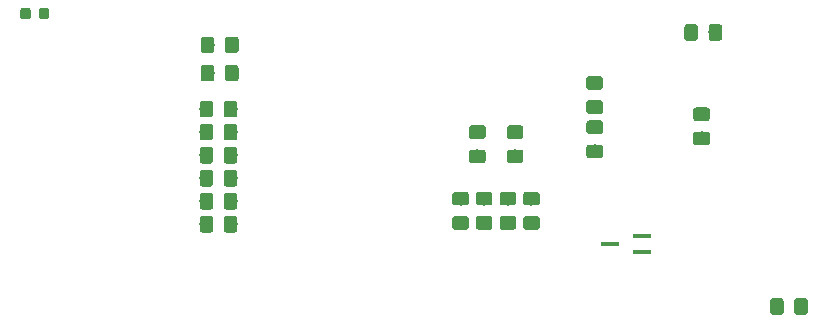
<source format=gbr>
G04 #@! TF.GenerationSoftware,KiCad,Pcbnew,(5.1.4)-1*
G04 #@! TF.CreationDate,2019-10-11T16:00:27-04:00*
G04 #@! TF.ProjectId,CellMan,43656c6c-4d61-46e2-9e6b-696361645f70,0.1*
G04 #@! TF.SameCoordinates,Original*
G04 #@! TF.FileFunction,Paste,Bot*
G04 #@! TF.FilePolarity,Positive*
%FSLAX46Y46*%
G04 Gerber Fmt 4.6, Leading zero omitted, Abs format (unit mm)*
G04 Created by KiCad (PCBNEW (5.1.4)-1) date 2019-10-11 16:00:27*
%MOMM*%
%LPD*%
G04 APERTURE LIST*
%ADD10C,0.100000*%
%ADD11C,0.875000*%
%ADD12R,1.500000X0.450000*%
%ADD13C,1.150000*%
G04 APERTURE END LIST*
D10*
G36*
X106602691Y-94626053D02*
G01*
X106623926Y-94629203D01*
X106644750Y-94634419D01*
X106664962Y-94641651D01*
X106684368Y-94650830D01*
X106702781Y-94661866D01*
X106720024Y-94674654D01*
X106735930Y-94689070D01*
X106750346Y-94704976D01*
X106763134Y-94722219D01*
X106774170Y-94740632D01*
X106783349Y-94760038D01*
X106790581Y-94780250D01*
X106795797Y-94801074D01*
X106798947Y-94822309D01*
X106800000Y-94843750D01*
X106800000Y-95356250D01*
X106798947Y-95377691D01*
X106795797Y-95398926D01*
X106790581Y-95419750D01*
X106783349Y-95439962D01*
X106774170Y-95459368D01*
X106763134Y-95477781D01*
X106750346Y-95495024D01*
X106735930Y-95510930D01*
X106720024Y-95525346D01*
X106702781Y-95538134D01*
X106684368Y-95549170D01*
X106664962Y-95558349D01*
X106644750Y-95565581D01*
X106623926Y-95570797D01*
X106602691Y-95573947D01*
X106581250Y-95575000D01*
X106143750Y-95575000D01*
X106122309Y-95573947D01*
X106101074Y-95570797D01*
X106080250Y-95565581D01*
X106060038Y-95558349D01*
X106040632Y-95549170D01*
X106022219Y-95538134D01*
X106004976Y-95525346D01*
X105989070Y-95510930D01*
X105974654Y-95495024D01*
X105961866Y-95477781D01*
X105950830Y-95459368D01*
X105941651Y-95439962D01*
X105934419Y-95419750D01*
X105929203Y-95398926D01*
X105926053Y-95377691D01*
X105925000Y-95356250D01*
X105925000Y-94843750D01*
X105926053Y-94822309D01*
X105929203Y-94801074D01*
X105934419Y-94780250D01*
X105941651Y-94760038D01*
X105950830Y-94740632D01*
X105961866Y-94722219D01*
X105974654Y-94704976D01*
X105989070Y-94689070D01*
X106004976Y-94674654D01*
X106022219Y-94661866D01*
X106040632Y-94650830D01*
X106060038Y-94641651D01*
X106080250Y-94634419D01*
X106101074Y-94629203D01*
X106122309Y-94626053D01*
X106143750Y-94625000D01*
X106581250Y-94625000D01*
X106602691Y-94626053D01*
X106602691Y-94626053D01*
G37*
D11*
X106362500Y-95100000D03*
D10*
G36*
X108177691Y-94626053D02*
G01*
X108198926Y-94629203D01*
X108219750Y-94634419D01*
X108239962Y-94641651D01*
X108259368Y-94650830D01*
X108277781Y-94661866D01*
X108295024Y-94674654D01*
X108310930Y-94689070D01*
X108325346Y-94704976D01*
X108338134Y-94722219D01*
X108349170Y-94740632D01*
X108358349Y-94760038D01*
X108365581Y-94780250D01*
X108370797Y-94801074D01*
X108373947Y-94822309D01*
X108375000Y-94843750D01*
X108375000Y-95356250D01*
X108373947Y-95377691D01*
X108370797Y-95398926D01*
X108365581Y-95419750D01*
X108358349Y-95439962D01*
X108349170Y-95459368D01*
X108338134Y-95477781D01*
X108325346Y-95495024D01*
X108310930Y-95510930D01*
X108295024Y-95525346D01*
X108277781Y-95538134D01*
X108259368Y-95549170D01*
X108239962Y-95558349D01*
X108219750Y-95565581D01*
X108198926Y-95570797D01*
X108177691Y-95573947D01*
X108156250Y-95575000D01*
X107718750Y-95575000D01*
X107697309Y-95573947D01*
X107676074Y-95570797D01*
X107655250Y-95565581D01*
X107635038Y-95558349D01*
X107615632Y-95549170D01*
X107597219Y-95538134D01*
X107579976Y-95525346D01*
X107564070Y-95510930D01*
X107549654Y-95495024D01*
X107536866Y-95477781D01*
X107525830Y-95459368D01*
X107516651Y-95439962D01*
X107509419Y-95419750D01*
X107504203Y-95398926D01*
X107501053Y-95377691D01*
X107500000Y-95356250D01*
X107500000Y-94843750D01*
X107501053Y-94822309D01*
X107504203Y-94801074D01*
X107509419Y-94780250D01*
X107516651Y-94760038D01*
X107525830Y-94740632D01*
X107536866Y-94722219D01*
X107549654Y-94704976D01*
X107564070Y-94689070D01*
X107579976Y-94674654D01*
X107597219Y-94661866D01*
X107615632Y-94650830D01*
X107635038Y-94641651D01*
X107655250Y-94634419D01*
X107676074Y-94629203D01*
X107697309Y-94626053D01*
X107718750Y-94625000D01*
X108156250Y-94625000D01*
X108177691Y-94626053D01*
X108177691Y-94626053D01*
G37*
D11*
X107937500Y-95100000D03*
D12*
X155870000Y-114600000D03*
X158530000Y-115250000D03*
X158530000Y-113950000D03*
D10*
G36*
X163074505Y-96001204D02*
G01*
X163098773Y-96004804D01*
X163122572Y-96010765D01*
X163145671Y-96019030D01*
X163167850Y-96029520D01*
X163188893Y-96042132D01*
X163208599Y-96056747D01*
X163226777Y-96073223D01*
X163243253Y-96091401D01*
X163257868Y-96111107D01*
X163270480Y-96132150D01*
X163280970Y-96154329D01*
X163289235Y-96177428D01*
X163295196Y-96201227D01*
X163298796Y-96225495D01*
X163300000Y-96249999D01*
X163300000Y-97150001D01*
X163298796Y-97174505D01*
X163295196Y-97198773D01*
X163289235Y-97222572D01*
X163280970Y-97245671D01*
X163270480Y-97267850D01*
X163257868Y-97288893D01*
X163243253Y-97308599D01*
X163226777Y-97326777D01*
X163208599Y-97343253D01*
X163188893Y-97357868D01*
X163167850Y-97370480D01*
X163145671Y-97380970D01*
X163122572Y-97389235D01*
X163098773Y-97395196D01*
X163074505Y-97398796D01*
X163050001Y-97400000D01*
X162399999Y-97400000D01*
X162375495Y-97398796D01*
X162351227Y-97395196D01*
X162327428Y-97389235D01*
X162304329Y-97380970D01*
X162282150Y-97370480D01*
X162261107Y-97357868D01*
X162241401Y-97343253D01*
X162223223Y-97326777D01*
X162206747Y-97308599D01*
X162192132Y-97288893D01*
X162179520Y-97267850D01*
X162169030Y-97245671D01*
X162160765Y-97222572D01*
X162154804Y-97198773D01*
X162151204Y-97174505D01*
X162150000Y-97150001D01*
X162150000Y-96249999D01*
X162151204Y-96225495D01*
X162154804Y-96201227D01*
X162160765Y-96177428D01*
X162169030Y-96154329D01*
X162179520Y-96132150D01*
X162192132Y-96111107D01*
X162206747Y-96091401D01*
X162223223Y-96073223D01*
X162241401Y-96056747D01*
X162261107Y-96042132D01*
X162282150Y-96029520D01*
X162304329Y-96019030D01*
X162327428Y-96010765D01*
X162351227Y-96004804D01*
X162375495Y-96001204D01*
X162399999Y-96000000D01*
X163050001Y-96000000D01*
X163074505Y-96001204D01*
X163074505Y-96001204D01*
G37*
D13*
X162725000Y-96700000D03*
D10*
G36*
X165124505Y-96001204D02*
G01*
X165148773Y-96004804D01*
X165172572Y-96010765D01*
X165195671Y-96019030D01*
X165217850Y-96029520D01*
X165238893Y-96042132D01*
X165258599Y-96056747D01*
X165276777Y-96073223D01*
X165293253Y-96091401D01*
X165307868Y-96111107D01*
X165320480Y-96132150D01*
X165330970Y-96154329D01*
X165339235Y-96177428D01*
X165345196Y-96201227D01*
X165348796Y-96225495D01*
X165350000Y-96249999D01*
X165350000Y-97150001D01*
X165348796Y-97174505D01*
X165345196Y-97198773D01*
X165339235Y-97222572D01*
X165330970Y-97245671D01*
X165320480Y-97267850D01*
X165307868Y-97288893D01*
X165293253Y-97308599D01*
X165276777Y-97326777D01*
X165258599Y-97343253D01*
X165238893Y-97357868D01*
X165217850Y-97370480D01*
X165195671Y-97380970D01*
X165172572Y-97389235D01*
X165148773Y-97395196D01*
X165124505Y-97398796D01*
X165100001Y-97400000D01*
X164449999Y-97400000D01*
X164425495Y-97398796D01*
X164401227Y-97395196D01*
X164377428Y-97389235D01*
X164354329Y-97380970D01*
X164332150Y-97370480D01*
X164311107Y-97357868D01*
X164291401Y-97343253D01*
X164273223Y-97326777D01*
X164256747Y-97308599D01*
X164242132Y-97288893D01*
X164229520Y-97267850D01*
X164219030Y-97245671D01*
X164210765Y-97222572D01*
X164204804Y-97198773D01*
X164201204Y-97174505D01*
X164200000Y-97150001D01*
X164200000Y-96249999D01*
X164201204Y-96225495D01*
X164204804Y-96201227D01*
X164210765Y-96177428D01*
X164219030Y-96154329D01*
X164229520Y-96132150D01*
X164242132Y-96111107D01*
X164256747Y-96091401D01*
X164273223Y-96073223D01*
X164291401Y-96056747D01*
X164311107Y-96042132D01*
X164332150Y-96029520D01*
X164354329Y-96019030D01*
X164377428Y-96010765D01*
X164401227Y-96004804D01*
X164425495Y-96001204D01*
X164449999Y-96000000D01*
X165100001Y-96000000D01*
X165124505Y-96001204D01*
X165124505Y-96001204D01*
G37*
D13*
X164775000Y-96700000D03*
D10*
G36*
X149674505Y-110201204D02*
G01*
X149698773Y-110204804D01*
X149722572Y-110210765D01*
X149745671Y-110219030D01*
X149767850Y-110229520D01*
X149788893Y-110242132D01*
X149808599Y-110256747D01*
X149826777Y-110273223D01*
X149843253Y-110291401D01*
X149857868Y-110311107D01*
X149870480Y-110332150D01*
X149880970Y-110354329D01*
X149889235Y-110377428D01*
X149895196Y-110401227D01*
X149898796Y-110425495D01*
X149900000Y-110449999D01*
X149900000Y-111100001D01*
X149898796Y-111124505D01*
X149895196Y-111148773D01*
X149889235Y-111172572D01*
X149880970Y-111195671D01*
X149870480Y-111217850D01*
X149857868Y-111238893D01*
X149843253Y-111258599D01*
X149826777Y-111276777D01*
X149808599Y-111293253D01*
X149788893Y-111307868D01*
X149767850Y-111320480D01*
X149745671Y-111330970D01*
X149722572Y-111339235D01*
X149698773Y-111345196D01*
X149674505Y-111348796D01*
X149650001Y-111350000D01*
X148749999Y-111350000D01*
X148725495Y-111348796D01*
X148701227Y-111345196D01*
X148677428Y-111339235D01*
X148654329Y-111330970D01*
X148632150Y-111320480D01*
X148611107Y-111307868D01*
X148591401Y-111293253D01*
X148573223Y-111276777D01*
X148556747Y-111258599D01*
X148542132Y-111238893D01*
X148529520Y-111217850D01*
X148519030Y-111195671D01*
X148510765Y-111172572D01*
X148504804Y-111148773D01*
X148501204Y-111124505D01*
X148500000Y-111100001D01*
X148500000Y-110449999D01*
X148501204Y-110425495D01*
X148504804Y-110401227D01*
X148510765Y-110377428D01*
X148519030Y-110354329D01*
X148529520Y-110332150D01*
X148542132Y-110311107D01*
X148556747Y-110291401D01*
X148573223Y-110273223D01*
X148591401Y-110256747D01*
X148611107Y-110242132D01*
X148632150Y-110229520D01*
X148654329Y-110219030D01*
X148677428Y-110210765D01*
X148701227Y-110204804D01*
X148725495Y-110201204D01*
X148749999Y-110200000D01*
X149650001Y-110200000D01*
X149674505Y-110201204D01*
X149674505Y-110201204D01*
G37*
D13*
X149200000Y-110775000D03*
D10*
G36*
X149674505Y-112251204D02*
G01*
X149698773Y-112254804D01*
X149722572Y-112260765D01*
X149745671Y-112269030D01*
X149767850Y-112279520D01*
X149788893Y-112292132D01*
X149808599Y-112306747D01*
X149826777Y-112323223D01*
X149843253Y-112341401D01*
X149857868Y-112361107D01*
X149870480Y-112382150D01*
X149880970Y-112404329D01*
X149889235Y-112427428D01*
X149895196Y-112451227D01*
X149898796Y-112475495D01*
X149900000Y-112499999D01*
X149900000Y-113150001D01*
X149898796Y-113174505D01*
X149895196Y-113198773D01*
X149889235Y-113222572D01*
X149880970Y-113245671D01*
X149870480Y-113267850D01*
X149857868Y-113288893D01*
X149843253Y-113308599D01*
X149826777Y-113326777D01*
X149808599Y-113343253D01*
X149788893Y-113357868D01*
X149767850Y-113370480D01*
X149745671Y-113380970D01*
X149722572Y-113389235D01*
X149698773Y-113395196D01*
X149674505Y-113398796D01*
X149650001Y-113400000D01*
X148749999Y-113400000D01*
X148725495Y-113398796D01*
X148701227Y-113395196D01*
X148677428Y-113389235D01*
X148654329Y-113380970D01*
X148632150Y-113370480D01*
X148611107Y-113357868D01*
X148591401Y-113343253D01*
X148573223Y-113326777D01*
X148556747Y-113308599D01*
X148542132Y-113288893D01*
X148529520Y-113267850D01*
X148519030Y-113245671D01*
X148510765Y-113222572D01*
X148504804Y-113198773D01*
X148501204Y-113174505D01*
X148500000Y-113150001D01*
X148500000Y-112499999D01*
X148501204Y-112475495D01*
X148504804Y-112451227D01*
X148510765Y-112427428D01*
X148519030Y-112404329D01*
X148529520Y-112382150D01*
X148542132Y-112361107D01*
X148556747Y-112341401D01*
X148573223Y-112323223D01*
X148591401Y-112306747D01*
X148611107Y-112292132D01*
X148632150Y-112279520D01*
X148654329Y-112269030D01*
X148677428Y-112260765D01*
X148701227Y-112254804D01*
X148725495Y-112251204D01*
X148749999Y-112250000D01*
X149650001Y-112250000D01*
X149674505Y-112251204D01*
X149674505Y-112251204D01*
G37*
D13*
X149200000Y-112825000D03*
D10*
G36*
X143674505Y-110201204D02*
G01*
X143698773Y-110204804D01*
X143722572Y-110210765D01*
X143745671Y-110219030D01*
X143767850Y-110229520D01*
X143788893Y-110242132D01*
X143808599Y-110256747D01*
X143826777Y-110273223D01*
X143843253Y-110291401D01*
X143857868Y-110311107D01*
X143870480Y-110332150D01*
X143880970Y-110354329D01*
X143889235Y-110377428D01*
X143895196Y-110401227D01*
X143898796Y-110425495D01*
X143900000Y-110449999D01*
X143900000Y-111100001D01*
X143898796Y-111124505D01*
X143895196Y-111148773D01*
X143889235Y-111172572D01*
X143880970Y-111195671D01*
X143870480Y-111217850D01*
X143857868Y-111238893D01*
X143843253Y-111258599D01*
X143826777Y-111276777D01*
X143808599Y-111293253D01*
X143788893Y-111307868D01*
X143767850Y-111320480D01*
X143745671Y-111330970D01*
X143722572Y-111339235D01*
X143698773Y-111345196D01*
X143674505Y-111348796D01*
X143650001Y-111350000D01*
X142749999Y-111350000D01*
X142725495Y-111348796D01*
X142701227Y-111345196D01*
X142677428Y-111339235D01*
X142654329Y-111330970D01*
X142632150Y-111320480D01*
X142611107Y-111307868D01*
X142591401Y-111293253D01*
X142573223Y-111276777D01*
X142556747Y-111258599D01*
X142542132Y-111238893D01*
X142529520Y-111217850D01*
X142519030Y-111195671D01*
X142510765Y-111172572D01*
X142504804Y-111148773D01*
X142501204Y-111124505D01*
X142500000Y-111100001D01*
X142500000Y-110449999D01*
X142501204Y-110425495D01*
X142504804Y-110401227D01*
X142510765Y-110377428D01*
X142519030Y-110354329D01*
X142529520Y-110332150D01*
X142542132Y-110311107D01*
X142556747Y-110291401D01*
X142573223Y-110273223D01*
X142591401Y-110256747D01*
X142611107Y-110242132D01*
X142632150Y-110229520D01*
X142654329Y-110219030D01*
X142677428Y-110210765D01*
X142701227Y-110204804D01*
X142725495Y-110201204D01*
X142749999Y-110200000D01*
X143650001Y-110200000D01*
X143674505Y-110201204D01*
X143674505Y-110201204D01*
G37*
D13*
X143200000Y-110775000D03*
D10*
G36*
X143674505Y-112251204D02*
G01*
X143698773Y-112254804D01*
X143722572Y-112260765D01*
X143745671Y-112269030D01*
X143767850Y-112279520D01*
X143788893Y-112292132D01*
X143808599Y-112306747D01*
X143826777Y-112323223D01*
X143843253Y-112341401D01*
X143857868Y-112361107D01*
X143870480Y-112382150D01*
X143880970Y-112404329D01*
X143889235Y-112427428D01*
X143895196Y-112451227D01*
X143898796Y-112475495D01*
X143900000Y-112499999D01*
X143900000Y-113150001D01*
X143898796Y-113174505D01*
X143895196Y-113198773D01*
X143889235Y-113222572D01*
X143880970Y-113245671D01*
X143870480Y-113267850D01*
X143857868Y-113288893D01*
X143843253Y-113308599D01*
X143826777Y-113326777D01*
X143808599Y-113343253D01*
X143788893Y-113357868D01*
X143767850Y-113370480D01*
X143745671Y-113380970D01*
X143722572Y-113389235D01*
X143698773Y-113395196D01*
X143674505Y-113398796D01*
X143650001Y-113400000D01*
X142749999Y-113400000D01*
X142725495Y-113398796D01*
X142701227Y-113395196D01*
X142677428Y-113389235D01*
X142654329Y-113380970D01*
X142632150Y-113370480D01*
X142611107Y-113357868D01*
X142591401Y-113343253D01*
X142573223Y-113326777D01*
X142556747Y-113308599D01*
X142542132Y-113288893D01*
X142529520Y-113267850D01*
X142519030Y-113245671D01*
X142510765Y-113222572D01*
X142504804Y-113198773D01*
X142501204Y-113174505D01*
X142500000Y-113150001D01*
X142500000Y-112499999D01*
X142501204Y-112475495D01*
X142504804Y-112451227D01*
X142510765Y-112427428D01*
X142519030Y-112404329D01*
X142529520Y-112382150D01*
X142542132Y-112361107D01*
X142556747Y-112341401D01*
X142573223Y-112323223D01*
X142591401Y-112306747D01*
X142611107Y-112292132D01*
X142632150Y-112279520D01*
X142654329Y-112269030D01*
X142677428Y-112260765D01*
X142701227Y-112254804D01*
X142725495Y-112251204D01*
X142749999Y-112250000D01*
X143650001Y-112250000D01*
X143674505Y-112251204D01*
X143674505Y-112251204D01*
G37*
D13*
X143200000Y-112825000D03*
D10*
G36*
X122024505Y-112251204D02*
G01*
X122048773Y-112254804D01*
X122072572Y-112260765D01*
X122095671Y-112269030D01*
X122117850Y-112279520D01*
X122138893Y-112292132D01*
X122158599Y-112306747D01*
X122176777Y-112323223D01*
X122193253Y-112341401D01*
X122207868Y-112361107D01*
X122220480Y-112382150D01*
X122230970Y-112404329D01*
X122239235Y-112427428D01*
X122245196Y-112451227D01*
X122248796Y-112475495D01*
X122250000Y-112499999D01*
X122250000Y-113400001D01*
X122248796Y-113424505D01*
X122245196Y-113448773D01*
X122239235Y-113472572D01*
X122230970Y-113495671D01*
X122220480Y-113517850D01*
X122207868Y-113538893D01*
X122193253Y-113558599D01*
X122176777Y-113576777D01*
X122158599Y-113593253D01*
X122138893Y-113607868D01*
X122117850Y-113620480D01*
X122095671Y-113630970D01*
X122072572Y-113639235D01*
X122048773Y-113645196D01*
X122024505Y-113648796D01*
X122000001Y-113650000D01*
X121349999Y-113650000D01*
X121325495Y-113648796D01*
X121301227Y-113645196D01*
X121277428Y-113639235D01*
X121254329Y-113630970D01*
X121232150Y-113620480D01*
X121211107Y-113607868D01*
X121191401Y-113593253D01*
X121173223Y-113576777D01*
X121156747Y-113558599D01*
X121142132Y-113538893D01*
X121129520Y-113517850D01*
X121119030Y-113495671D01*
X121110765Y-113472572D01*
X121104804Y-113448773D01*
X121101204Y-113424505D01*
X121100000Y-113400001D01*
X121100000Y-112499999D01*
X121101204Y-112475495D01*
X121104804Y-112451227D01*
X121110765Y-112427428D01*
X121119030Y-112404329D01*
X121129520Y-112382150D01*
X121142132Y-112361107D01*
X121156747Y-112341401D01*
X121173223Y-112323223D01*
X121191401Y-112306747D01*
X121211107Y-112292132D01*
X121232150Y-112279520D01*
X121254329Y-112269030D01*
X121277428Y-112260765D01*
X121301227Y-112254804D01*
X121325495Y-112251204D01*
X121349999Y-112250000D01*
X122000001Y-112250000D01*
X122024505Y-112251204D01*
X122024505Y-112251204D01*
G37*
D13*
X121675000Y-112950000D03*
D10*
G36*
X124074505Y-112251204D02*
G01*
X124098773Y-112254804D01*
X124122572Y-112260765D01*
X124145671Y-112269030D01*
X124167850Y-112279520D01*
X124188893Y-112292132D01*
X124208599Y-112306747D01*
X124226777Y-112323223D01*
X124243253Y-112341401D01*
X124257868Y-112361107D01*
X124270480Y-112382150D01*
X124280970Y-112404329D01*
X124289235Y-112427428D01*
X124295196Y-112451227D01*
X124298796Y-112475495D01*
X124300000Y-112499999D01*
X124300000Y-113400001D01*
X124298796Y-113424505D01*
X124295196Y-113448773D01*
X124289235Y-113472572D01*
X124280970Y-113495671D01*
X124270480Y-113517850D01*
X124257868Y-113538893D01*
X124243253Y-113558599D01*
X124226777Y-113576777D01*
X124208599Y-113593253D01*
X124188893Y-113607868D01*
X124167850Y-113620480D01*
X124145671Y-113630970D01*
X124122572Y-113639235D01*
X124098773Y-113645196D01*
X124074505Y-113648796D01*
X124050001Y-113650000D01*
X123399999Y-113650000D01*
X123375495Y-113648796D01*
X123351227Y-113645196D01*
X123327428Y-113639235D01*
X123304329Y-113630970D01*
X123282150Y-113620480D01*
X123261107Y-113607868D01*
X123241401Y-113593253D01*
X123223223Y-113576777D01*
X123206747Y-113558599D01*
X123192132Y-113538893D01*
X123179520Y-113517850D01*
X123169030Y-113495671D01*
X123160765Y-113472572D01*
X123154804Y-113448773D01*
X123151204Y-113424505D01*
X123150000Y-113400001D01*
X123150000Y-112499999D01*
X123151204Y-112475495D01*
X123154804Y-112451227D01*
X123160765Y-112427428D01*
X123169030Y-112404329D01*
X123179520Y-112382150D01*
X123192132Y-112361107D01*
X123206747Y-112341401D01*
X123223223Y-112323223D01*
X123241401Y-112306747D01*
X123261107Y-112292132D01*
X123282150Y-112279520D01*
X123304329Y-112269030D01*
X123327428Y-112260765D01*
X123351227Y-112254804D01*
X123375495Y-112251204D01*
X123399999Y-112250000D01*
X124050001Y-112250000D01*
X124074505Y-112251204D01*
X124074505Y-112251204D01*
G37*
D13*
X123725000Y-112950000D03*
D10*
G36*
X124074505Y-110301204D02*
G01*
X124098773Y-110304804D01*
X124122572Y-110310765D01*
X124145671Y-110319030D01*
X124167850Y-110329520D01*
X124188893Y-110342132D01*
X124208599Y-110356747D01*
X124226777Y-110373223D01*
X124243253Y-110391401D01*
X124257868Y-110411107D01*
X124270480Y-110432150D01*
X124280970Y-110454329D01*
X124289235Y-110477428D01*
X124295196Y-110501227D01*
X124298796Y-110525495D01*
X124300000Y-110549999D01*
X124300000Y-111450001D01*
X124298796Y-111474505D01*
X124295196Y-111498773D01*
X124289235Y-111522572D01*
X124280970Y-111545671D01*
X124270480Y-111567850D01*
X124257868Y-111588893D01*
X124243253Y-111608599D01*
X124226777Y-111626777D01*
X124208599Y-111643253D01*
X124188893Y-111657868D01*
X124167850Y-111670480D01*
X124145671Y-111680970D01*
X124122572Y-111689235D01*
X124098773Y-111695196D01*
X124074505Y-111698796D01*
X124050001Y-111700000D01*
X123399999Y-111700000D01*
X123375495Y-111698796D01*
X123351227Y-111695196D01*
X123327428Y-111689235D01*
X123304329Y-111680970D01*
X123282150Y-111670480D01*
X123261107Y-111657868D01*
X123241401Y-111643253D01*
X123223223Y-111626777D01*
X123206747Y-111608599D01*
X123192132Y-111588893D01*
X123179520Y-111567850D01*
X123169030Y-111545671D01*
X123160765Y-111522572D01*
X123154804Y-111498773D01*
X123151204Y-111474505D01*
X123150000Y-111450001D01*
X123150000Y-110549999D01*
X123151204Y-110525495D01*
X123154804Y-110501227D01*
X123160765Y-110477428D01*
X123169030Y-110454329D01*
X123179520Y-110432150D01*
X123192132Y-110411107D01*
X123206747Y-110391401D01*
X123223223Y-110373223D01*
X123241401Y-110356747D01*
X123261107Y-110342132D01*
X123282150Y-110329520D01*
X123304329Y-110319030D01*
X123327428Y-110310765D01*
X123351227Y-110304804D01*
X123375495Y-110301204D01*
X123399999Y-110300000D01*
X124050001Y-110300000D01*
X124074505Y-110301204D01*
X124074505Y-110301204D01*
G37*
D13*
X123725000Y-111000000D03*
D10*
G36*
X122024505Y-110301204D02*
G01*
X122048773Y-110304804D01*
X122072572Y-110310765D01*
X122095671Y-110319030D01*
X122117850Y-110329520D01*
X122138893Y-110342132D01*
X122158599Y-110356747D01*
X122176777Y-110373223D01*
X122193253Y-110391401D01*
X122207868Y-110411107D01*
X122220480Y-110432150D01*
X122230970Y-110454329D01*
X122239235Y-110477428D01*
X122245196Y-110501227D01*
X122248796Y-110525495D01*
X122250000Y-110549999D01*
X122250000Y-111450001D01*
X122248796Y-111474505D01*
X122245196Y-111498773D01*
X122239235Y-111522572D01*
X122230970Y-111545671D01*
X122220480Y-111567850D01*
X122207868Y-111588893D01*
X122193253Y-111608599D01*
X122176777Y-111626777D01*
X122158599Y-111643253D01*
X122138893Y-111657868D01*
X122117850Y-111670480D01*
X122095671Y-111680970D01*
X122072572Y-111689235D01*
X122048773Y-111695196D01*
X122024505Y-111698796D01*
X122000001Y-111700000D01*
X121349999Y-111700000D01*
X121325495Y-111698796D01*
X121301227Y-111695196D01*
X121277428Y-111689235D01*
X121254329Y-111680970D01*
X121232150Y-111670480D01*
X121211107Y-111657868D01*
X121191401Y-111643253D01*
X121173223Y-111626777D01*
X121156747Y-111608599D01*
X121142132Y-111588893D01*
X121129520Y-111567850D01*
X121119030Y-111545671D01*
X121110765Y-111522572D01*
X121104804Y-111498773D01*
X121101204Y-111474505D01*
X121100000Y-111450001D01*
X121100000Y-110549999D01*
X121101204Y-110525495D01*
X121104804Y-110501227D01*
X121110765Y-110477428D01*
X121119030Y-110454329D01*
X121129520Y-110432150D01*
X121142132Y-110411107D01*
X121156747Y-110391401D01*
X121173223Y-110373223D01*
X121191401Y-110356747D01*
X121211107Y-110342132D01*
X121232150Y-110329520D01*
X121254329Y-110319030D01*
X121277428Y-110310765D01*
X121301227Y-110304804D01*
X121325495Y-110301204D01*
X121349999Y-110300000D01*
X122000001Y-110300000D01*
X122024505Y-110301204D01*
X122024505Y-110301204D01*
G37*
D13*
X121675000Y-111000000D03*
D10*
G36*
X122024505Y-108351204D02*
G01*
X122048773Y-108354804D01*
X122072572Y-108360765D01*
X122095671Y-108369030D01*
X122117850Y-108379520D01*
X122138893Y-108392132D01*
X122158599Y-108406747D01*
X122176777Y-108423223D01*
X122193253Y-108441401D01*
X122207868Y-108461107D01*
X122220480Y-108482150D01*
X122230970Y-108504329D01*
X122239235Y-108527428D01*
X122245196Y-108551227D01*
X122248796Y-108575495D01*
X122250000Y-108599999D01*
X122250000Y-109500001D01*
X122248796Y-109524505D01*
X122245196Y-109548773D01*
X122239235Y-109572572D01*
X122230970Y-109595671D01*
X122220480Y-109617850D01*
X122207868Y-109638893D01*
X122193253Y-109658599D01*
X122176777Y-109676777D01*
X122158599Y-109693253D01*
X122138893Y-109707868D01*
X122117850Y-109720480D01*
X122095671Y-109730970D01*
X122072572Y-109739235D01*
X122048773Y-109745196D01*
X122024505Y-109748796D01*
X122000001Y-109750000D01*
X121349999Y-109750000D01*
X121325495Y-109748796D01*
X121301227Y-109745196D01*
X121277428Y-109739235D01*
X121254329Y-109730970D01*
X121232150Y-109720480D01*
X121211107Y-109707868D01*
X121191401Y-109693253D01*
X121173223Y-109676777D01*
X121156747Y-109658599D01*
X121142132Y-109638893D01*
X121129520Y-109617850D01*
X121119030Y-109595671D01*
X121110765Y-109572572D01*
X121104804Y-109548773D01*
X121101204Y-109524505D01*
X121100000Y-109500001D01*
X121100000Y-108599999D01*
X121101204Y-108575495D01*
X121104804Y-108551227D01*
X121110765Y-108527428D01*
X121119030Y-108504329D01*
X121129520Y-108482150D01*
X121142132Y-108461107D01*
X121156747Y-108441401D01*
X121173223Y-108423223D01*
X121191401Y-108406747D01*
X121211107Y-108392132D01*
X121232150Y-108379520D01*
X121254329Y-108369030D01*
X121277428Y-108360765D01*
X121301227Y-108354804D01*
X121325495Y-108351204D01*
X121349999Y-108350000D01*
X122000001Y-108350000D01*
X122024505Y-108351204D01*
X122024505Y-108351204D01*
G37*
D13*
X121675000Y-109050000D03*
D10*
G36*
X124074505Y-108351204D02*
G01*
X124098773Y-108354804D01*
X124122572Y-108360765D01*
X124145671Y-108369030D01*
X124167850Y-108379520D01*
X124188893Y-108392132D01*
X124208599Y-108406747D01*
X124226777Y-108423223D01*
X124243253Y-108441401D01*
X124257868Y-108461107D01*
X124270480Y-108482150D01*
X124280970Y-108504329D01*
X124289235Y-108527428D01*
X124295196Y-108551227D01*
X124298796Y-108575495D01*
X124300000Y-108599999D01*
X124300000Y-109500001D01*
X124298796Y-109524505D01*
X124295196Y-109548773D01*
X124289235Y-109572572D01*
X124280970Y-109595671D01*
X124270480Y-109617850D01*
X124257868Y-109638893D01*
X124243253Y-109658599D01*
X124226777Y-109676777D01*
X124208599Y-109693253D01*
X124188893Y-109707868D01*
X124167850Y-109720480D01*
X124145671Y-109730970D01*
X124122572Y-109739235D01*
X124098773Y-109745196D01*
X124074505Y-109748796D01*
X124050001Y-109750000D01*
X123399999Y-109750000D01*
X123375495Y-109748796D01*
X123351227Y-109745196D01*
X123327428Y-109739235D01*
X123304329Y-109730970D01*
X123282150Y-109720480D01*
X123261107Y-109707868D01*
X123241401Y-109693253D01*
X123223223Y-109676777D01*
X123206747Y-109658599D01*
X123192132Y-109638893D01*
X123179520Y-109617850D01*
X123169030Y-109595671D01*
X123160765Y-109572572D01*
X123154804Y-109548773D01*
X123151204Y-109524505D01*
X123150000Y-109500001D01*
X123150000Y-108599999D01*
X123151204Y-108575495D01*
X123154804Y-108551227D01*
X123160765Y-108527428D01*
X123169030Y-108504329D01*
X123179520Y-108482150D01*
X123192132Y-108461107D01*
X123206747Y-108441401D01*
X123223223Y-108423223D01*
X123241401Y-108406747D01*
X123261107Y-108392132D01*
X123282150Y-108379520D01*
X123304329Y-108369030D01*
X123327428Y-108360765D01*
X123351227Y-108354804D01*
X123375495Y-108351204D01*
X123399999Y-108350000D01*
X124050001Y-108350000D01*
X124074505Y-108351204D01*
X124074505Y-108351204D01*
G37*
D13*
X123725000Y-109050000D03*
D10*
G36*
X124074505Y-106401204D02*
G01*
X124098773Y-106404804D01*
X124122572Y-106410765D01*
X124145671Y-106419030D01*
X124167850Y-106429520D01*
X124188893Y-106442132D01*
X124208599Y-106456747D01*
X124226777Y-106473223D01*
X124243253Y-106491401D01*
X124257868Y-106511107D01*
X124270480Y-106532150D01*
X124280970Y-106554329D01*
X124289235Y-106577428D01*
X124295196Y-106601227D01*
X124298796Y-106625495D01*
X124300000Y-106649999D01*
X124300000Y-107550001D01*
X124298796Y-107574505D01*
X124295196Y-107598773D01*
X124289235Y-107622572D01*
X124280970Y-107645671D01*
X124270480Y-107667850D01*
X124257868Y-107688893D01*
X124243253Y-107708599D01*
X124226777Y-107726777D01*
X124208599Y-107743253D01*
X124188893Y-107757868D01*
X124167850Y-107770480D01*
X124145671Y-107780970D01*
X124122572Y-107789235D01*
X124098773Y-107795196D01*
X124074505Y-107798796D01*
X124050001Y-107800000D01*
X123399999Y-107800000D01*
X123375495Y-107798796D01*
X123351227Y-107795196D01*
X123327428Y-107789235D01*
X123304329Y-107780970D01*
X123282150Y-107770480D01*
X123261107Y-107757868D01*
X123241401Y-107743253D01*
X123223223Y-107726777D01*
X123206747Y-107708599D01*
X123192132Y-107688893D01*
X123179520Y-107667850D01*
X123169030Y-107645671D01*
X123160765Y-107622572D01*
X123154804Y-107598773D01*
X123151204Y-107574505D01*
X123150000Y-107550001D01*
X123150000Y-106649999D01*
X123151204Y-106625495D01*
X123154804Y-106601227D01*
X123160765Y-106577428D01*
X123169030Y-106554329D01*
X123179520Y-106532150D01*
X123192132Y-106511107D01*
X123206747Y-106491401D01*
X123223223Y-106473223D01*
X123241401Y-106456747D01*
X123261107Y-106442132D01*
X123282150Y-106429520D01*
X123304329Y-106419030D01*
X123327428Y-106410765D01*
X123351227Y-106404804D01*
X123375495Y-106401204D01*
X123399999Y-106400000D01*
X124050001Y-106400000D01*
X124074505Y-106401204D01*
X124074505Y-106401204D01*
G37*
D13*
X123725000Y-107100000D03*
D10*
G36*
X122024505Y-106401204D02*
G01*
X122048773Y-106404804D01*
X122072572Y-106410765D01*
X122095671Y-106419030D01*
X122117850Y-106429520D01*
X122138893Y-106442132D01*
X122158599Y-106456747D01*
X122176777Y-106473223D01*
X122193253Y-106491401D01*
X122207868Y-106511107D01*
X122220480Y-106532150D01*
X122230970Y-106554329D01*
X122239235Y-106577428D01*
X122245196Y-106601227D01*
X122248796Y-106625495D01*
X122250000Y-106649999D01*
X122250000Y-107550001D01*
X122248796Y-107574505D01*
X122245196Y-107598773D01*
X122239235Y-107622572D01*
X122230970Y-107645671D01*
X122220480Y-107667850D01*
X122207868Y-107688893D01*
X122193253Y-107708599D01*
X122176777Y-107726777D01*
X122158599Y-107743253D01*
X122138893Y-107757868D01*
X122117850Y-107770480D01*
X122095671Y-107780970D01*
X122072572Y-107789235D01*
X122048773Y-107795196D01*
X122024505Y-107798796D01*
X122000001Y-107800000D01*
X121349999Y-107800000D01*
X121325495Y-107798796D01*
X121301227Y-107795196D01*
X121277428Y-107789235D01*
X121254329Y-107780970D01*
X121232150Y-107770480D01*
X121211107Y-107757868D01*
X121191401Y-107743253D01*
X121173223Y-107726777D01*
X121156747Y-107708599D01*
X121142132Y-107688893D01*
X121129520Y-107667850D01*
X121119030Y-107645671D01*
X121110765Y-107622572D01*
X121104804Y-107598773D01*
X121101204Y-107574505D01*
X121100000Y-107550001D01*
X121100000Y-106649999D01*
X121101204Y-106625495D01*
X121104804Y-106601227D01*
X121110765Y-106577428D01*
X121119030Y-106554329D01*
X121129520Y-106532150D01*
X121142132Y-106511107D01*
X121156747Y-106491401D01*
X121173223Y-106473223D01*
X121191401Y-106456747D01*
X121211107Y-106442132D01*
X121232150Y-106429520D01*
X121254329Y-106419030D01*
X121277428Y-106410765D01*
X121301227Y-106404804D01*
X121325495Y-106401204D01*
X121349999Y-106400000D01*
X122000001Y-106400000D01*
X122024505Y-106401204D01*
X122024505Y-106401204D01*
G37*
D13*
X121675000Y-107100000D03*
D10*
G36*
X124074505Y-104451204D02*
G01*
X124098773Y-104454804D01*
X124122572Y-104460765D01*
X124145671Y-104469030D01*
X124167850Y-104479520D01*
X124188893Y-104492132D01*
X124208599Y-104506747D01*
X124226777Y-104523223D01*
X124243253Y-104541401D01*
X124257868Y-104561107D01*
X124270480Y-104582150D01*
X124280970Y-104604329D01*
X124289235Y-104627428D01*
X124295196Y-104651227D01*
X124298796Y-104675495D01*
X124300000Y-104699999D01*
X124300000Y-105600001D01*
X124298796Y-105624505D01*
X124295196Y-105648773D01*
X124289235Y-105672572D01*
X124280970Y-105695671D01*
X124270480Y-105717850D01*
X124257868Y-105738893D01*
X124243253Y-105758599D01*
X124226777Y-105776777D01*
X124208599Y-105793253D01*
X124188893Y-105807868D01*
X124167850Y-105820480D01*
X124145671Y-105830970D01*
X124122572Y-105839235D01*
X124098773Y-105845196D01*
X124074505Y-105848796D01*
X124050001Y-105850000D01*
X123399999Y-105850000D01*
X123375495Y-105848796D01*
X123351227Y-105845196D01*
X123327428Y-105839235D01*
X123304329Y-105830970D01*
X123282150Y-105820480D01*
X123261107Y-105807868D01*
X123241401Y-105793253D01*
X123223223Y-105776777D01*
X123206747Y-105758599D01*
X123192132Y-105738893D01*
X123179520Y-105717850D01*
X123169030Y-105695671D01*
X123160765Y-105672572D01*
X123154804Y-105648773D01*
X123151204Y-105624505D01*
X123150000Y-105600001D01*
X123150000Y-104699999D01*
X123151204Y-104675495D01*
X123154804Y-104651227D01*
X123160765Y-104627428D01*
X123169030Y-104604329D01*
X123179520Y-104582150D01*
X123192132Y-104561107D01*
X123206747Y-104541401D01*
X123223223Y-104523223D01*
X123241401Y-104506747D01*
X123261107Y-104492132D01*
X123282150Y-104479520D01*
X123304329Y-104469030D01*
X123327428Y-104460765D01*
X123351227Y-104454804D01*
X123375495Y-104451204D01*
X123399999Y-104450000D01*
X124050001Y-104450000D01*
X124074505Y-104451204D01*
X124074505Y-104451204D01*
G37*
D13*
X123725000Y-105150000D03*
D10*
G36*
X122024505Y-104451204D02*
G01*
X122048773Y-104454804D01*
X122072572Y-104460765D01*
X122095671Y-104469030D01*
X122117850Y-104479520D01*
X122138893Y-104492132D01*
X122158599Y-104506747D01*
X122176777Y-104523223D01*
X122193253Y-104541401D01*
X122207868Y-104561107D01*
X122220480Y-104582150D01*
X122230970Y-104604329D01*
X122239235Y-104627428D01*
X122245196Y-104651227D01*
X122248796Y-104675495D01*
X122250000Y-104699999D01*
X122250000Y-105600001D01*
X122248796Y-105624505D01*
X122245196Y-105648773D01*
X122239235Y-105672572D01*
X122230970Y-105695671D01*
X122220480Y-105717850D01*
X122207868Y-105738893D01*
X122193253Y-105758599D01*
X122176777Y-105776777D01*
X122158599Y-105793253D01*
X122138893Y-105807868D01*
X122117850Y-105820480D01*
X122095671Y-105830970D01*
X122072572Y-105839235D01*
X122048773Y-105845196D01*
X122024505Y-105848796D01*
X122000001Y-105850000D01*
X121349999Y-105850000D01*
X121325495Y-105848796D01*
X121301227Y-105845196D01*
X121277428Y-105839235D01*
X121254329Y-105830970D01*
X121232150Y-105820480D01*
X121211107Y-105807868D01*
X121191401Y-105793253D01*
X121173223Y-105776777D01*
X121156747Y-105758599D01*
X121142132Y-105738893D01*
X121129520Y-105717850D01*
X121119030Y-105695671D01*
X121110765Y-105672572D01*
X121104804Y-105648773D01*
X121101204Y-105624505D01*
X121100000Y-105600001D01*
X121100000Y-104699999D01*
X121101204Y-104675495D01*
X121104804Y-104651227D01*
X121110765Y-104627428D01*
X121119030Y-104604329D01*
X121129520Y-104582150D01*
X121142132Y-104561107D01*
X121156747Y-104541401D01*
X121173223Y-104523223D01*
X121191401Y-104506747D01*
X121211107Y-104492132D01*
X121232150Y-104479520D01*
X121254329Y-104469030D01*
X121277428Y-104460765D01*
X121301227Y-104454804D01*
X121325495Y-104451204D01*
X121349999Y-104450000D01*
X122000001Y-104450000D01*
X122024505Y-104451204D01*
X122024505Y-104451204D01*
G37*
D13*
X121675000Y-105150000D03*
D10*
G36*
X124074505Y-102501204D02*
G01*
X124098773Y-102504804D01*
X124122572Y-102510765D01*
X124145671Y-102519030D01*
X124167850Y-102529520D01*
X124188893Y-102542132D01*
X124208599Y-102556747D01*
X124226777Y-102573223D01*
X124243253Y-102591401D01*
X124257868Y-102611107D01*
X124270480Y-102632150D01*
X124280970Y-102654329D01*
X124289235Y-102677428D01*
X124295196Y-102701227D01*
X124298796Y-102725495D01*
X124300000Y-102749999D01*
X124300000Y-103650001D01*
X124298796Y-103674505D01*
X124295196Y-103698773D01*
X124289235Y-103722572D01*
X124280970Y-103745671D01*
X124270480Y-103767850D01*
X124257868Y-103788893D01*
X124243253Y-103808599D01*
X124226777Y-103826777D01*
X124208599Y-103843253D01*
X124188893Y-103857868D01*
X124167850Y-103870480D01*
X124145671Y-103880970D01*
X124122572Y-103889235D01*
X124098773Y-103895196D01*
X124074505Y-103898796D01*
X124050001Y-103900000D01*
X123399999Y-103900000D01*
X123375495Y-103898796D01*
X123351227Y-103895196D01*
X123327428Y-103889235D01*
X123304329Y-103880970D01*
X123282150Y-103870480D01*
X123261107Y-103857868D01*
X123241401Y-103843253D01*
X123223223Y-103826777D01*
X123206747Y-103808599D01*
X123192132Y-103788893D01*
X123179520Y-103767850D01*
X123169030Y-103745671D01*
X123160765Y-103722572D01*
X123154804Y-103698773D01*
X123151204Y-103674505D01*
X123150000Y-103650001D01*
X123150000Y-102749999D01*
X123151204Y-102725495D01*
X123154804Y-102701227D01*
X123160765Y-102677428D01*
X123169030Y-102654329D01*
X123179520Y-102632150D01*
X123192132Y-102611107D01*
X123206747Y-102591401D01*
X123223223Y-102573223D01*
X123241401Y-102556747D01*
X123261107Y-102542132D01*
X123282150Y-102529520D01*
X123304329Y-102519030D01*
X123327428Y-102510765D01*
X123351227Y-102504804D01*
X123375495Y-102501204D01*
X123399999Y-102500000D01*
X124050001Y-102500000D01*
X124074505Y-102501204D01*
X124074505Y-102501204D01*
G37*
D13*
X123725000Y-103200000D03*
D10*
G36*
X122024505Y-102501204D02*
G01*
X122048773Y-102504804D01*
X122072572Y-102510765D01*
X122095671Y-102519030D01*
X122117850Y-102529520D01*
X122138893Y-102542132D01*
X122158599Y-102556747D01*
X122176777Y-102573223D01*
X122193253Y-102591401D01*
X122207868Y-102611107D01*
X122220480Y-102632150D01*
X122230970Y-102654329D01*
X122239235Y-102677428D01*
X122245196Y-102701227D01*
X122248796Y-102725495D01*
X122250000Y-102749999D01*
X122250000Y-103650001D01*
X122248796Y-103674505D01*
X122245196Y-103698773D01*
X122239235Y-103722572D01*
X122230970Y-103745671D01*
X122220480Y-103767850D01*
X122207868Y-103788893D01*
X122193253Y-103808599D01*
X122176777Y-103826777D01*
X122158599Y-103843253D01*
X122138893Y-103857868D01*
X122117850Y-103870480D01*
X122095671Y-103880970D01*
X122072572Y-103889235D01*
X122048773Y-103895196D01*
X122024505Y-103898796D01*
X122000001Y-103900000D01*
X121349999Y-103900000D01*
X121325495Y-103898796D01*
X121301227Y-103895196D01*
X121277428Y-103889235D01*
X121254329Y-103880970D01*
X121232150Y-103870480D01*
X121211107Y-103857868D01*
X121191401Y-103843253D01*
X121173223Y-103826777D01*
X121156747Y-103808599D01*
X121142132Y-103788893D01*
X121129520Y-103767850D01*
X121119030Y-103745671D01*
X121110765Y-103722572D01*
X121104804Y-103698773D01*
X121101204Y-103674505D01*
X121100000Y-103650001D01*
X121100000Y-102749999D01*
X121101204Y-102725495D01*
X121104804Y-102701227D01*
X121110765Y-102677428D01*
X121119030Y-102654329D01*
X121129520Y-102632150D01*
X121142132Y-102611107D01*
X121156747Y-102591401D01*
X121173223Y-102573223D01*
X121191401Y-102556747D01*
X121211107Y-102542132D01*
X121232150Y-102529520D01*
X121254329Y-102519030D01*
X121277428Y-102510765D01*
X121301227Y-102504804D01*
X121325495Y-102501204D01*
X121349999Y-102500000D01*
X122000001Y-102500000D01*
X122024505Y-102501204D01*
X122024505Y-102501204D01*
G37*
D13*
X121675000Y-103200000D03*
D10*
G36*
X155024505Y-100401204D02*
G01*
X155048773Y-100404804D01*
X155072572Y-100410765D01*
X155095671Y-100419030D01*
X155117850Y-100429520D01*
X155138893Y-100442132D01*
X155158599Y-100456747D01*
X155176777Y-100473223D01*
X155193253Y-100491401D01*
X155207868Y-100511107D01*
X155220480Y-100532150D01*
X155230970Y-100554329D01*
X155239235Y-100577428D01*
X155245196Y-100601227D01*
X155248796Y-100625495D01*
X155250000Y-100649999D01*
X155250000Y-101300001D01*
X155248796Y-101324505D01*
X155245196Y-101348773D01*
X155239235Y-101372572D01*
X155230970Y-101395671D01*
X155220480Y-101417850D01*
X155207868Y-101438893D01*
X155193253Y-101458599D01*
X155176777Y-101476777D01*
X155158599Y-101493253D01*
X155138893Y-101507868D01*
X155117850Y-101520480D01*
X155095671Y-101530970D01*
X155072572Y-101539235D01*
X155048773Y-101545196D01*
X155024505Y-101548796D01*
X155000001Y-101550000D01*
X154099999Y-101550000D01*
X154075495Y-101548796D01*
X154051227Y-101545196D01*
X154027428Y-101539235D01*
X154004329Y-101530970D01*
X153982150Y-101520480D01*
X153961107Y-101507868D01*
X153941401Y-101493253D01*
X153923223Y-101476777D01*
X153906747Y-101458599D01*
X153892132Y-101438893D01*
X153879520Y-101417850D01*
X153869030Y-101395671D01*
X153860765Y-101372572D01*
X153854804Y-101348773D01*
X153851204Y-101324505D01*
X153850000Y-101300001D01*
X153850000Y-100649999D01*
X153851204Y-100625495D01*
X153854804Y-100601227D01*
X153860765Y-100577428D01*
X153869030Y-100554329D01*
X153879520Y-100532150D01*
X153892132Y-100511107D01*
X153906747Y-100491401D01*
X153923223Y-100473223D01*
X153941401Y-100456747D01*
X153961107Y-100442132D01*
X153982150Y-100429520D01*
X154004329Y-100419030D01*
X154027428Y-100410765D01*
X154051227Y-100404804D01*
X154075495Y-100401204D01*
X154099999Y-100400000D01*
X155000001Y-100400000D01*
X155024505Y-100401204D01*
X155024505Y-100401204D01*
G37*
D13*
X154550000Y-100975000D03*
D10*
G36*
X155024505Y-102451204D02*
G01*
X155048773Y-102454804D01*
X155072572Y-102460765D01*
X155095671Y-102469030D01*
X155117850Y-102479520D01*
X155138893Y-102492132D01*
X155158599Y-102506747D01*
X155176777Y-102523223D01*
X155193253Y-102541401D01*
X155207868Y-102561107D01*
X155220480Y-102582150D01*
X155230970Y-102604329D01*
X155239235Y-102627428D01*
X155245196Y-102651227D01*
X155248796Y-102675495D01*
X155250000Y-102699999D01*
X155250000Y-103350001D01*
X155248796Y-103374505D01*
X155245196Y-103398773D01*
X155239235Y-103422572D01*
X155230970Y-103445671D01*
X155220480Y-103467850D01*
X155207868Y-103488893D01*
X155193253Y-103508599D01*
X155176777Y-103526777D01*
X155158599Y-103543253D01*
X155138893Y-103557868D01*
X155117850Y-103570480D01*
X155095671Y-103580970D01*
X155072572Y-103589235D01*
X155048773Y-103595196D01*
X155024505Y-103598796D01*
X155000001Y-103600000D01*
X154099999Y-103600000D01*
X154075495Y-103598796D01*
X154051227Y-103595196D01*
X154027428Y-103589235D01*
X154004329Y-103580970D01*
X153982150Y-103570480D01*
X153961107Y-103557868D01*
X153941401Y-103543253D01*
X153923223Y-103526777D01*
X153906747Y-103508599D01*
X153892132Y-103488893D01*
X153879520Y-103467850D01*
X153869030Y-103445671D01*
X153860765Y-103422572D01*
X153854804Y-103398773D01*
X153851204Y-103374505D01*
X153850000Y-103350001D01*
X153850000Y-102699999D01*
X153851204Y-102675495D01*
X153854804Y-102651227D01*
X153860765Y-102627428D01*
X153869030Y-102604329D01*
X153879520Y-102582150D01*
X153892132Y-102561107D01*
X153906747Y-102541401D01*
X153923223Y-102523223D01*
X153941401Y-102506747D01*
X153961107Y-102492132D01*
X153982150Y-102479520D01*
X154004329Y-102469030D01*
X154027428Y-102460765D01*
X154051227Y-102454804D01*
X154075495Y-102451204D01*
X154099999Y-102450000D01*
X155000001Y-102450000D01*
X155024505Y-102451204D01*
X155024505Y-102451204D01*
G37*
D13*
X154550000Y-103025000D03*
D10*
G36*
X155024505Y-104151204D02*
G01*
X155048773Y-104154804D01*
X155072572Y-104160765D01*
X155095671Y-104169030D01*
X155117850Y-104179520D01*
X155138893Y-104192132D01*
X155158599Y-104206747D01*
X155176777Y-104223223D01*
X155193253Y-104241401D01*
X155207868Y-104261107D01*
X155220480Y-104282150D01*
X155230970Y-104304329D01*
X155239235Y-104327428D01*
X155245196Y-104351227D01*
X155248796Y-104375495D01*
X155250000Y-104399999D01*
X155250000Y-105050001D01*
X155248796Y-105074505D01*
X155245196Y-105098773D01*
X155239235Y-105122572D01*
X155230970Y-105145671D01*
X155220480Y-105167850D01*
X155207868Y-105188893D01*
X155193253Y-105208599D01*
X155176777Y-105226777D01*
X155158599Y-105243253D01*
X155138893Y-105257868D01*
X155117850Y-105270480D01*
X155095671Y-105280970D01*
X155072572Y-105289235D01*
X155048773Y-105295196D01*
X155024505Y-105298796D01*
X155000001Y-105300000D01*
X154099999Y-105300000D01*
X154075495Y-105298796D01*
X154051227Y-105295196D01*
X154027428Y-105289235D01*
X154004329Y-105280970D01*
X153982150Y-105270480D01*
X153961107Y-105257868D01*
X153941401Y-105243253D01*
X153923223Y-105226777D01*
X153906747Y-105208599D01*
X153892132Y-105188893D01*
X153879520Y-105167850D01*
X153869030Y-105145671D01*
X153860765Y-105122572D01*
X153854804Y-105098773D01*
X153851204Y-105074505D01*
X153850000Y-105050001D01*
X153850000Y-104399999D01*
X153851204Y-104375495D01*
X153854804Y-104351227D01*
X153860765Y-104327428D01*
X153869030Y-104304329D01*
X153879520Y-104282150D01*
X153892132Y-104261107D01*
X153906747Y-104241401D01*
X153923223Y-104223223D01*
X153941401Y-104206747D01*
X153961107Y-104192132D01*
X153982150Y-104179520D01*
X154004329Y-104169030D01*
X154027428Y-104160765D01*
X154051227Y-104154804D01*
X154075495Y-104151204D01*
X154099999Y-104150000D01*
X155000001Y-104150000D01*
X155024505Y-104151204D01*
X155024505Y-104151204D01*
G37*
D13*
X154550000Y-104725000D03*
D10*
G36*
X155024505Y-106201204D02*
G01*
X155048773Y-106204804D01*
X155072572Y-106210765D01*
X155095671Y-106219030D01*
X155117850Y-106229520D01*
X155138893Y-106242132D01*
X155158599Y-106256747D01*
X155176777Y-106273223D01*
X155193253Y-106291401D01*
X155207868Y-106311107D01*
X155220480Y-106332150D01*
X155230970Y-106354329D01*
X155239235Y-106377428D01*
X155245196Y-106401227D01*
X155248796Y-106425495D01*
X155250000Y-106449999D01*
X155250000Y-107100001D01*
X155248796Y-107124505D01*
X155245196Y-107148773D01*
X155239235Y-107172572D01*
X155230970Y-107195671D01*
X155220480Y-107217850D01*
X155207868Y-107238893D01*
X155193253Y-107258599D01*
X155176777Y-107276777D01*
X155158599Y-107293253D01*
X155138893Y-107307868D01*
X155117850Y-107320480D01*
X155095671Y-107330970D01*
X155072572Y-107339235D01*
X155048773Y-107345196D01*
X155024505Y-107348796D01*
X155000001Y-107350000D01*
X154099999Y-107350000D01*
X154075495Y-107348796D01*
X154051227Y-107345196D01*
X154027428Y-107339235D01*
X154004329Y-107330970D01*
X153982150Y-107320480D01*
X153961107Y-107307868D01*
X153941401Y-107293253D01*
X153923223Y-107276777D01*
X153906747Y-107258599D01*
X153892132Y-107238893D01*
X153879520Y-107217850D01*
X153869030Y-107195671D01*
X153860765Y-107172572D01*
X153854804Y-107148773D01*
X153851204Y-107124505D01*
X153850000Y-107100001D01*
X153850000Y-106449999D01*
X153851204Y-106425495D01*
X153854804Y-106401227D01*
X153860765Y-106377428D01*
X153869030Y-106354329D01*
X153879520Y-106332150D01*
X153892132Y-106311107D01*
X153906747Y-106291401D01*
X153923223Y-106273223D01*
X153941401Y-106256747D01*
X153961107Y-106242132D01*
X153982150Y-106229520D01*
X154004329Y-106219030D01*
X154027428Y-106210765D01*
X154051227Y-106204804D01*
X154075495Y-106201204D01*
X154099999Y-106200000D01*
X155000001Y-106200000D01*
X155024505Y-106201204D01*
X155024505Y-106201204D01*
G37*
D13*
X154550000Y-106775000D03*
D10*
G36*
X122124505Y-99451204D02*
G01*
X122148773Y-99454804D01*
X122172572Y-99460765D01*
X122195671Y-99469030D01*
X122217850Y-99479520D01*
X122238893Y-99492132D01*
X122258599Y-99506747D01*
X122276777Y-99523223D01*
X122293253Y-99541401D01*
X122307868Y-99561107D01*
X122320480Y-99582150D01*
X122330970Y-99604329D01*
X122339235Y-99627428D01*
X122345196Y-99651227D01*
X122348796Y-99675495D01*
X122350000Y-99699999D01*
X122350000Y-100600001D01*
X122348796Y-100624505D01*
X122345196Y-100648773D01*
X122339235Y-100672572D01*
X122330970Y-100695671D01*
X122320480Y-100717850D01*
X122307868Y-100738893D01*
X122293253Y-100758599D01*
X122276777Y-100776777D01*
X122258599Y-100793253D01*
X122238893Y-100807868D01*
X122217850Y-100820480D01*
X122195671Y-100830970D01*
X122172572Y-100839235D01*
X122148773Y-100845196D01*
X122124505Y-100848796D01*
X122100001Y-100850000D01*
X121449999Y-100850000D01*
X121425495Y-100848796D01*
X121401227Y-100845196D01*
X121377428Y-100839235D01*
X121354329Y-100830970D01*
X121332150Y-100820480D01*
X121311107Y-100807868D01*
X121291401Y-100793253D01*
X121273223Y-100776777D01*
X121256747Y-100758599D01*
X121242132Y-100738893D01*
X121229520Y-100717850D01*
X121219030Y-100695671D01*
X121210765Y-100672572D01*
X121204804Y-100648773D01*
X121201204Y-100624505D01*
X121200000Y-100600001D01*
X121200000Y-99699999D01*
X121201204Y-99675495D01*
X121204804Y-99651227D01*
X121210765Y-99627428D01*
X121219030Y-99604329D01*
X121229520Y-99582150D01*
X121242132Y-99561107D01*
X121256747Y-99541401D01*
X121273223Y-99523223D01*
X121291401Y-99506747D01*
X121311107Y-99492132D01*
X121332150Y-99479520D01*
X121354329Y-99469030D01*
X121377428Y-99460765D01*
X121401227Y-99454804D01*
X121425495Y-99451204D01*
X121449999Y-99450000D01*
X122100001Y-99450000D01*
X122124505Y-99451204D01*
X122124505Y-99451204D01*
G37*
D13*
X121775000Y-100150000D03*
D10*
G36*
X124174505Y-99451204D02*
G01*
X124198773Y-99454804D01*
X124222572Y-99460765D01*
X124245671Y-99469030D01*
X124267850Y-99479520D01*
X124288893Y-99492132D01*
X124308599Y-99506747D01*
X124326777Y-99523223D01*
X124343253Y-99541401D01*
X124357868Y-99561107D01*
X124370480Y-99582150D01*
X124380970Y-99604329D01*
X124389235Y-99627428D01*
X124395196Y-99651227D01*
X124398796Y-99675495D01*
X124400000Y-99699999D01*
X124400000Y-100600001D01*
X124398796Y-100624505D01*
X124395196Y-100648773D01*
X124389235Y-100672572D01*
X124380970Y-100695671D01*
X124370480Y-100717850D01*
X124357868Y-100738893D01*
X124343253Y-100758599D01*
X124326777Y-100776777D01*
X124308599Y-100793253D01*
X124288893Y-100807868D01*
X124267850Y-100820480D01*
X124245671Y-100830970D01*
X124222572Y-100839235D01*
X124198773Y-100845196D01*
X124174505Y-100848796D01*
X124150001Y-100850000D01*
X123499999Y-100850000D01*
X123475495Y-100848796D01*
X123451227Y-100845196D01*
X123427428Y-100839235D01*
X123404329Y-100830970D01*
X123382150Y-100820480D01*
X123361107Y-100807868D01*
X123341401Y-100793253D01*
X123323223Y-100776777D01*
X123306747Y-100758599D01*
X123292132Y-100738893D01*
X123279520Y-100717850D01*
X123269030Y-100695671D01*
X123260765Y-100672572D01*
X123254804Y-100648773D01*
X123251204Y-100624505D01*
X123250000Y-100600001D01*
X123250000Y-99699999D01*
X123251204Y-99675495D01*
X123254804Y-99651227D01*
X123260765Y-99627428D01*
X123269030Y-99604329D01*
X123279520Y-99582150D01*
X123292132Y-99561107D01*
X123306747Y-99541401D01*
X123323223Y-99523223D01*
X123341401Y-99506747D01*
X123361107Y-99492132D01*
X123382150Y-99479520D01*
X123404329Y-99469030D01*
X123427428Y-99460765D01*
X123451227Y-99454804D01*
X123475495Y-99451204D01*
X123499999Y-99450000D01*
X124150001Y-99450000D01*
X124174505Y-99451204D01*
X124174505Y-99451204D01*
G37*
D13*
X123825000Y-100150000D03*
D10*
G36*
X124174505Y-97051204D02*
G01*
X124198773Y-97054804D01*
X124222572Y-97060765D01*
X124245671Y-97069030D01*
X124267850Y-97079520D01*
X124288893Y-97092132D01*
X124308599Y-97106747D01*
X124326777Y-97123223D01*
X124343253Y-97141401D01*
X124357868Y-97161107D01*
X124370480Y-97182150D01*
X124380970Y-97204329D01*
X124389235Y-97227428D01*
X124395196Y-97251227D01*
X124398796Y-97275495D01*
X124400000Y-97299999D01*
X124400000Y-98200001D01*
X124398796Y-98224505D01*
X124395196Y-98248773D01*
X124389235Y-98272572D01*
X124380970Y-98295671D01*
X124370480Y-98317850D01*
X124357868Y-98338893D01*
X124343253Y-98358599D01*
X124326777Y-98376777D01*
X124308599Y-98393253D01*
X124288893Y-98407868D01*
X124267850Y-98420480D01*
X124245671Y-98430970D01*
X124222572Y-98439235D01*
X124198773Y-98445196D01*
X124174505Y-98448796D01*
X124150001Y-98450000D01*
X123499999Y-98450000D01*
X123475495Y-98448796D01*
X123451227Y-98445196D01*
X123427428Y-98439235D01*
X123404329Y-98430970D01*
X123382150Y-98420480D01*
X123361107Y-98407868D01*
X123341401Y-98393253D01*
X123323223Y-98376777D01*
X123306747Y-98358599D01*
X123292132Y-98338893D01*
X123279520Y-98317850D01*
X123269030Y-98295671D01*
X123260765Y-98272572D01*
X123254804Y-98248773D01*
X123251204Y-98224505D01*
X123250000Y-98200001D01*
X123250000Y-97299999D01*
X123251204Y-97275495D01*
X123254804Y-97251227D01*
X123260765Y-97227428D01*
X123269030Y-97204329D01*
X123279520Y-97182150D01*
X123292132Y-97161107D01*
X123306747Y-97141401D01*
X123323223Y-97123223D01*
X123341401Y-97106747D01*
X123361107Y-97092132D01*
X123382150Y-97079520D01*
X123404329Y-97069030D01*
X123427428Y-97060765D01*
X123451227Y-97054804D01*
X123475495Y-97051204D01*
X123499999Y-97050000D01*
X124150001Y-97050000D01*
X124174505Y-97051204D01*
X124174505Y-97051204D01*
G37*
D13*
X123825000Y-97750000D03*
D10*
G36*
X122124505Y-97051204D02*
G01*
X122148773Y-97054804D01*
X122172572Y-97060765D01*
X122195671Y-97069030D01*
X122217850Y-97079520D01*
X122238893Y-97092132D01*
X122258599Y-97106747D01*
X122276777Y-97123223D01*
X122293253Y-97141401D01*
X122307868Y-97161107D01*
X122320480Y-97182150D01*
X122330970Y-97204329D01*
X122339235Y-97227428D01*
X122345196Y-97251227D01*
X122348796Y-97275495D01*
X122350000Y-97299999D01*
X122350000Y-98200001D01*
X122348796Y-98224505D01*
X122345196Y-98248773D01*
X122339235Y-98272572D01*
X122330970Y-98295671D01*
X122320480Y-98317850D01*
X122307868Y-98338893D01*
X122293253Y-98358599D01*
X122276777Y-98376777D01*
X122258599Y-98393253D01*
X122238893Y-98407868D01*
X122217850Y-98420480D01*
X122195671Y-98430970D01*
X122172572Y-98439235D01*
X122148773Y-98445196D01*
X122124505Y-98448796D01*
X122100001Y-98450000D01*
X121449999Y-98450000D01*
X121425495Y-98448796D01*
X121401227Y-98445196D01*
X121377428Y-98439235D01*
X121354329Y-98430970D01*
X121332150Y-98420480D01*
X121311107Y-98407868D01*
X121291401Y-98393253D01*
X121273223Y-98376777D01*
X121256747Y-98358599D01*
X121242132Y-98338893D01*
X121229520Y-98317850D01*
X121219030Y-98295671D01*
X121210765Y-98272572D01*
X121204804Y-98248773D01*
X121201204Y-98224505D01*
X121200000Y-98200001D01*
X121200000Y-97299999D01*
X121201204Y-97275495D01*
X121204804Y-97251227D01*
X121210765Y-97227428D01*
X121219030Y-97204329D01*
X121229520Y-97182150D01*
X121242132Y-97161107D01*
X121256747Y-97141401D01*
X121273223Y-97123223D01*
X121291401Y-97106747D01*
X121311107Y-97092132D01*
X121332150Y-97079520D01*
X121354329Y-97069030D01*
X121377428Y-97060765D01*
X121401227Y-97054804D01*
X121425495Y-97051204D01*
X121449999Y-97050000D01*
X122100001Y-97050000D01*
X122124505Y-97051204D01*
X122124505Y-97051204D01*
G37*
D13*
X121775000Y-97750000D03*
D10*
G36*
X164074505Y-103051204D02*
G01*
X164098773Y-103054804D01*
X164122572Y-103060765D01*
X164145671Y-103069030D01*
X164167850Y-103079520D01*
X164188893Y-103092132D01*
X164208599Y-103106747D01*
X164226777Y-103123223D01*
X164243253Y-103141401D01*
X164257868Y-103161107D01*
X164270480Y-103182150D01*
X164280970Y-103204329D01*
X164289235Y-103227428D01*
X164295196Y-103251227D01*
X164298796Y-103275495D01*
X164300000Y-103299999D01*
X164300000Y-103950001D01*
X164298796Y-103974505D01*
X164295196Y-103998773D01*
X164289235Y-104022572D01*
X164280970Y-104045671D01*
X164270480Y-104067850D01*
X164257868Y-104088893D01*
X164243253Y-104108599D01*
X164226777Y-104126777D01*
X164208599Y-104143253D01*
X164188893Y-104157868D01*
X164167850Y-104170480D01*
X164145671Y-104180970D01*
X164122572Y-104189235D01*
X164098773Y-104195196D01*
X164074505Y-104198796D01*
X164050001Y-104200000D01*
X163149999Y-104200000D01*
X163125495Y-104198796D01*
X163101227Y-104195196D01*
X163077428Y-104189235D01*
X163054329Y-104180970D01*
X163032150Y-104170480D01*
X163011107Y-104157868D01*
X162991401Y-104143253D01*
X162973223Y-104126777D01*
X162956747Y-104108599D01*
X162942132Y-104088893D01*
X162929520Y-104067850D01*
X162919030Y-104045671D01*
X162910765Y-104022572D01*
X162904804Y-103998773D01*
X162901204Y-103974505D01*
X162900000Y-103950001D01*
X162900000Y-103299999D01*
X162901204Y-103275495D01*
X162904804Y-103251227D01*
X162910765Y-103227428D01*
X162919030Y-103204329D01*
X162929520Y-103182150D01*
X162942132Y-103161107D01*
X162956747Y-103141401D01*
X162973223Y-103123223D01*
X162991401Y-103106747D01*
X163011107Y-103092132D01*
X163032150Y-103079520D01*
X163054329Y-103069030D01*
X163077428Y-103060765D01*
X163101227Y-103054804D01*
X163125495Y-103051204D01*
X163149999Y-103050000D01*
X164050001Y-103050000D01*
X164074505Y-103051204D01*
X164074505Y-103051204D01*
G37*
D13*
X163600000Y-103625000D03*
D10*
G36*
X164074505Y-105101204D02*
G01*
X164098773Y-105104804D01*
X164122572Y-105110765D01*
X164145671Y-105119030D01*
X164167850Y-105129520D01*
X164188893Y-105142132D01*
X164208599Y-105156747D01*
X164226777Y-105173223D01*
X164243253Y-105191401D01*
X164257868Y-105211107D01*
X164270480Y-105232150D01*
X164280970Y-105254329D01*
X164289235Y-105277428D01*
X164295196Y-105301227D01*
X164298796Y-105325495D01*
X164300000Y-105349999D01*
X164300000Y-106000001D01*
X164298796Y-106024505D01*
X164295196Y-106048773D01*
X164289235Y-106072572D01*
X164280970Y-106095671D01*
X164270480Y-106117850D01*
X164257868Y-106138893D01*
X164243253Y-106158599D01*
X164226777Y-106176777D01*
X164208599Y-106193253D01*
X164188893Y-106207868D01*
X164167850Y-106220480D01*
X164145671Y-106230970D01*
X164122572Y-106239235D01*
X164098773Y-106245196D01*
X164074505Y-106248796D01*
X164050001Y-106250000D01*
X163149999Y-106250000D01*
X163125495Y-106248796D01*
X163101227Y-106245196D01*
X163077428Y-106239235D01*
X163054329Y-106230970D01*
X163032150Y-106220480D01*
X163011107Y-106207868D01*
X162991401Y-106193253D01*
X162973223Y-106176777D01*
X162956747Y-106158599D01*
X162942132Y-106138893D01*
X162929520Y-106117850D01*
X162919030Y-106095671D01*
X162910765Y-106072572D01*
X162904804Y-106048773D01*
X162901204Y-106024505D01*
X162900000Y-106000001D01*
X162900000Y-105349999D01*
X162901204Y-105325495D01*
X162904804Y-105301227D01*
X162910765Y-105277428D01*
X162919030Y-105254329D01*
X162929520Y-105232150D01*
X162942132Y-105211107D01*
X162956747Y-105191401D01*
X162973223Y-105173223D01*
X162991401Y-105156747D01*
X163011107Y-105142132D01*
X163032150Y-105129520D01*
X163054329Y-105119030D01*
X163077428Y-105110765D01*
X163101227Y-105104804D01*
X163125495Y-105101204D01*
X163149999Y-105100000D01*
X164050001Y-105100000D01*
X164074505Y-105101204D01*
X164074505Y-105101204D01*
G37*
D13*
X163600000Y-105675000D03*
D10*
G36*
X170324505Y-119201204D02*
G01*
X170348773Y-119204804D01*
X170372572Y-119210765D01*
X170395671Y-119219030D01*
X170417850Y-119229520D01*
X170438893Y-119242132D01*
X170458599Y-119256747D01*
X170476777Y-119273223D01*
X170493253Y-119291401D01*
X170507868Y-119311107D01*
X170520480Y-119332150D01*
X170530970Y-119354329D01*
X170539235Y-119377428D01*
X170545196Y-119401227D01*
X170548796Y-119425495D01*
X170550000Y-119449999D01*
X170550000Y-120350001D01*
X170548796Y-120374505D01*
X170545196Y-120398773D01*
X170539235Y-120422572D01*
X170530970Y-120445671D01*
X170520480Y-120467850D01*
X170507868Y-120488893D01*
X170493253Y-120508599D01*
X170476777Y-120526777D01*
X170458599Y-120543253D01*
X170438893Y-120557868D01*
X170417850Y-120570480D01*
X170395671Y-120580970D01*
X170372572Y-120589235D01*
X170348773Y-120595196D01*
X170324505Y-120598796D01*
X170300001Y-120600000D01*
X169649999Y-120600000D01*
X169625495Y-120598796D01*
X169601227Y-120595196D01*
X169577428Y-120589235D01*
X169554329Y-120580970D01*
X169532150Y-120570480D01*
X169511107Y-120557868D01*
X169491401Y-120543253D01*
X169473223Y-120526777D01*
X169456747Y-120508599D01*
X169442132Y-120488893D01*
X169429520Y-120467850D01*
X169419030Y-120445671D01*
X169410765Y-120422572D01*
X169404804Y-120398773D01*
X169401204Y-120374505D01*
X169400000Y-120350001D01*
X169400000Y-119449999D01*
X169401204Y-119425495D01*
X169404804Y-119401227D01*
X169410765Y-119377428D01*
X169419030Y-119354329D01*
X169429520Y-119332150D01*
X169442132Y-119311107D01*
X169456747Y-119291401D01*
X169473223Y-119273223D01*
X169491401Y-119256747D01*
X169511107Y-119242132D01*
X169532150Y-119229520D01*
X169554329Y-119219030D01*
X169577428Y-119210765D01*
X169601227Y-119204804D01*
X169625495Y-119201204D01*
X169649999Y-119200000D01*
X170300001Y-119200000D01*
X170324505Y-119201204D01*
X170324505Y-119201204D01*
G37*
D13*
X169975000Y-119900000D03*
D10*
G36*
X172374505Y-119201204D02*
G01*
X172398773Y-119204804D01*
X172422572Y-119210765D01*
X172445671Y-119219030D01*
X172467850Y-119229520D01*
X172488893Y-119242132D01*
X172508599Y-119256747D01*
X172526777Y-119273223D01*
X172543253Y-119291401D01*
X172557868Y-119311107D01*
X172570480Y-119332150D01*
X172580970Y-119354329D01*
X172589235Y-119377428D01*
X172595196Y-119401227D01*
X172598796Y-119425495D01*
X172600000Y-119449999D01*
X172600000Y-120350001D01*
X172598796Y-120374505D01*
X172595196Y-120398773D01*
X172589235Y-120422572D01*
X172580970Y-120445671D01*
X172570480Y-120467850D01*
X172557868Y-120488893D01*
X172543253Y-120508599D01*
X172526777Y-120526777D01*
X172508599Y-120543253D01*
X172488893Y-120557868D01*
X172467850Y-120570480D01*
X172445671Y-120580970D01*
X172422572Y-120589235D01*
X172398773Y-120595196D01*
X172374505Y-120598796D01*
X172350001Y-120600000D01*
X171699999Y-120600000D01*
X171675495Y-120598796D01*
X171651227Y-120595196D01*
X171627428Y-120589235D01*
X171604329Y-120580970D01*
X171582150Y-120570480D01*
X171561107Y-120557868D01*
X171541401Y-120543253D01*
X171523223Y-120526777D01*
X171506747Y-120508599D01*
X171492132Y-120488893D01*
X171479520Y-120467850D01*
X171469030Y-120445671D01*
X171460765Y-120422572D01*
X171454804Y-120398773D01*
X171451204Y-120374505D01*
X171450000Y-120350001D01*
X171450000Y-119449999D01*
X171451204Y-119425495D01*
X171454804Y-119401227D01*
X171460765Y-119377428D01*
X171469030Y-119354329D01*
X171479520Y-119332150D01*
X171492132Y-119311107D01*
X171506747Y-119291401D01*
X171523223Y-119273223D01*
X171541401Y-119256747D01*
X171561107Y-119242132D01*
X171582150Y-119229520D01*
X171604329Y-119219030D01*
X171627428Y-119210765D01*
X171651227Y-119204804D01*
X171675495Y-119201204D01*
X171699999Y-119200000D01*
X172350001Y-119200000D01*
X172374505Y-119201204D01*
X172374505Y-119201204D01*
G37*
D13*
X172025000Y-119900000D03*
D10*
G36*
X148297705Y-106619604D02*
G01*
X148321973Y-106623204D01*
X148345772Y-106629165D01*
X148368871Y-106637430D01*
X148391050Y-106647920D01*
X148412093Y-106660532D01*
X148431799Y-106675147D01*
X148449977Y-106691623D01*
X148466453Y-106709801D01*
X148481068Y-106729507D01*
X148493680Y-106750550D01*
X148504170Y-106772729D01*
X148512435Y-106795828D01*
X148518396Y-106819627D01*
X148521996Y-106843895D01*
X148523200Y-106868399D01*
X148523200Y-107518401D01*
X148521996Y-107542905D01*
X148518396Y-107567173D01*
X148512435Y-107590972D01*
X148504170Y-107614071D01*
X148493680Y-107636250D01*
X148481068Y-107657293D01*
X148466453Y-107676999D01*
X148449977Y-107695177D01*
X148431799Y-107711653D01*
X148412093Y-107726268D01*
X148391050Y-107738880D01*
X148368871Y-107749370D01*
X148345772Y-107757635D01*
X148321973Y-107763596D01*
X148297705Y-107767196D01*
X148273201Y-107768400D01*
X147373199Y-107768400D01*
X147348695Y-107767196D01*
X147324427Y-107763596D01*
X147300628Y-107757635D01*
X147277529Y-107749370D01*
X147255350Y-107738880D01*
X147234307Y-107726268D01*
X147214601Y-107711653D01*
X147196423Y-107695177D01*
X147179947Y-107676999D01*
X147165332Y-107657293D01*
X147152720Y-107636250D01*
X147142230Y-107614071D01*
X147133965Y-107590972D01*
X147128004Y-107567173D01*
X147124404Y-107542905D01*
X147123200Y-107518401D01*
X147123200Y-106868399D01*
X147124404Y-106843895D01*
X147128004Y-106819627D01*
X147133965Y-106795828D01*
X147142230Y-106772729D01*
X147152720Y-106750550D01*
X147165332Y-106729507D01*
X147179947Y-106709801D01*
X147196423Y-106691623D01*
X147214601Y-106675147D01*
X147234307Y-106660532D01*
X147255350Y-106647920D01*
X147277529Y-106637430D01*
X147300628Y-106629165D01*
X147324427Y-106623204D01*
X147348695Y-106619604D01*
X147373199Y-106618400D01*
X148273201Y-106618400D01*
X148297705Y-106619604D01*
X148297705Y-106619604D01*
G37*
D13*
X147823200Y-107193400D03*
D10*
G36*
X148297705Y-104569604D02*
G01*
X148321973Y-104573204D01*
X148345772Y-104579165D01*
X148368871Y-104587430D01*
X148391050Y-104597920D01*
X148412093Y-104610532D01*
X148431799Y-104625147D01*
X148449977Y-104641623D01*
X148466453Y-104659801D01*
X148481068Y-104679507D01*
X148493680Y-104700550D01*
X148504170Y-104722729D01*
X148512435Y-104745828D01*
X148518396Y-104769627D01*
X148521996Y-104793895D01*
X148523200Y-104818399D01*
X148523200Y-105468401D01*
X148521996Y-105492905D01*
X148518396Y-105517173D01*
X148512435Y-105540972D01*
X148504170Y-105564071D01*
X148493680Y-105586250D01*
X148481068Y-105607293D01*
X148466453Y-105626999D01*
X148449977Y-105645177D01*
X148431799Y-105661653D01*
X148412093Y-105676268D01*
X148391050Y-105688880D01*
X148368871Y-105699370D01*
X148345772Y-105707635D01*
X148321973Y-105713596D01*
X148297705Y-105717196D01*
X148273201Y-105718400D01*
X147373199Y-105718400D01*
X147348695Y-105717196D01*
X147324427Y-105713596D01*
X147300628Y-105707635D01*
X147277529Y-105699370D01*
X147255350Y-105688880D01*
X147234307Y-105676268D01*
X147214601Y-105661653D01*
X147196423Y-105645177D01*
X147179947Y-105626999D01*
X147165332Y-105607293D01*
X147152720Y-105586250D01*
X147142230Y-105564071D01*
X147133965Y-105540972D01*
X147128004Y-105517173D01*
X147124404Y-105492905D01*
X147123200Y-105468401D01*
X147123200Y-104818399D01*
X147124404Y-104793895D01*
X147128004Y-104769627D01*
X147133965Y-104745828D01*
X147142230Y-104722729D01*
X147152720Y-104700550D01*
X147165332Y-104679507D01*
X147179947Y-104659801D01*
X147196423Y-104641623D01*
X147214601Y-104625147D01*
X147234307Y-104610532D01*
X147255350Y-104597920D01*
X147277529Y-104587430D01*
X147300628Y-104579165D01*
X147324427Y-104573204D01*
X147348695Y-104569604D01*
X147373199Y-104568400D01*
X148273201Y-104568400D01*
X148297705Y-104569604D01*
X148297705Y-104569604D01*
G37*
D13*
X147823200Y-105143400D03*
D10*
G36*
X145097705Y-106619604D02*
G01*
X145121973Y-106623204D01*
X145145772Y-106629165D01*
X145168871Y-106637430D01*
X145191050Y-106647920D01*
X145212093Y-106660532D01*
X145231799Y-106675147D01*
X145249977Y-106691623D01*
X145266453Y-106709801D01*
X145281068Y-106729507D01*
X145293680Y-106750550D01*
X145304170Y-106772729D01*
X145312435Y-106795828D01*
X145318396Y-106819627D01*
X145321996Y-106843895D01*
X145323200Y-106868399D01*
X145323200Y-107518401D01*
X145321996Y-107542905D01*
X145318396Y-107567173D01*
X145312435Y-107590972D01*
X145304170Y-107614071D01*
X145293680Y-107636250D01*
X145281068Y-107657293D01*
X145266453Y-107676999D01*
X145249977Y-107695177D01*
X145231799Y-107711653D01*
X145212093Y-107726268D01*
X145191050Y-107738880D01*
X145168871Y-107749370D01*
X145145772Y-107757635D01*
X145121973Y-107763596D01*
X145097705Y-107767196D01*
X145073201Y-107768400D01*
X144173199Y-107768400D01*
X144148695Y-107767196D01*
X144124427Y-107763596D01*
X144100628Y-107757635D01*
X144077529Y-107749370D01*
X144055350Y-107738880D01*
X144034307Y-107726268D01*
X144014601Y-107711653D01*
X143996423Y-107695177D01*
X143979947Y-107676999D01*
X143965332Y-107657293D01*
X143952720Y-107636250D01*
X143942230Y-107614071D01*
X143933965Y-107590972D01*
X143928004Y-107567173D01*
X143924404Y-107542905D01*
X143923200Y-107518401D01*
X143923200Y-106868399D01*
X143924404Y-106843895D01*
X143928004Y-106819627D01*
X143933965Y-106795828D01*
X143942230Y-106772729D01*
X143952720Y-106750550D01*
X143965332Y-106729507D01*
X143979947Y-106709801D01*
X143996423Y-106691623D01*
X144014601Y-106675147D01*
X144034307Y-106660532D01*
X144055350Y-106647920D01*
X144077529Y-106637430D01*
X144100628Y-106629165D01*
X144124427Y-106623204D01*
X144148695Y-106619604D01*
X144173199Y-106618400D01*
X145073201Y-106618400D01*
X145097705Y-106619604D01*
X145097705Y-106619604D01*
G37*
D13*
X144623200Y-107193400D03*
D10*
G36*
X145097705Y-104569604D02*
G01*
X145121973Y-104573204D01*
X145145772Y-104579165D01*
X145168871Y-104587430D01*
X145191050Y-104597920D01*
X145212093Y-104610532D01*
X145231799Y-104625147D01*
X145249977Y-104641623D01*
X145266453Y-104659801D01*
X145281068Y-104679507D01*
X145293680Y-104700550D01*
X145304170Y-104722729D01*
X145312435Y-104745828D01*
X145318396Y-104769627D01*
X145321996Y-104793895D01*
X145323200Y-104818399D01*
X145323200Y-105468401D01*
X145321996Y-105492905D01*
X145318396Y-105517173D01*
X145312435Y-105540972D01*
X145304170Y-105564071D01*
X145293680Y-105586250D01*
X145281068Y-105607293D01*
X145266453Y-105626999D01*
X145249977Y-105645177D01*
X145231799Y-105661653D01*
X145212093Y-105676268D01*
X145191050Y-105688880D01*
X145168871Y-105699370D01*
X145145772Y-105707635D01*
X145121973Y-105713596D01*
X145097705Y-105717196D01*
X145073201Y-105718400D01*
X144173199Y-105718400D01*
X144148695Y-105717196D01*
X144124427Y-105713596D01*
X144100628Y-105707635D01*
X144077529Y-105699370D01*
X144055350Y-105688880D01*
X144034307Y-105676268D01*
X144014601Y-105661653D01*
X143996423Y-105645177D01*
X143979947Y-105626999D01*
X143965332Y-105607293D01*
X143952720Y-105586250D01*
X143942230Y-105564071D01*
X143933965Y-105540972D01*
X143928004Y-105517173D01*
X143924404Y-105492905D01*
X143923200Y-105468401D01*
X143923200Y-104818399D01*
X143924404Y-104793895D01*
X143928004Y-104769627D01*
X143933965Y-104745828D01*
X143942230Y-104722729D01*
X143952720Y-104700550D01*
X143965332Y-104679507D01*
X143979947Y-104659801D01*
X143996423Y-104641623D01*
X144014601Y-104625147D01*
X144034307Y-104610532D01*
X144055350Y-104597920D01*
X144077529Y-104587430D01*
X144100628Y-104579165D01*
X144124427Y-104573204D01*
X144148695Y-104569604D01*
X144173199Y-104568400D01*
X145073201Y-104568400D01*
X145097705Y-104569604D01*
X145097705Y-104569604D01*
G37*
D13*
X144623200Y-105143400D03*
D10*
G36*
X147674505Y-110201204D02*
G01*
X147698773Y-110204804D01*
X147722572Y-110210765D01*
X147745671Y-110219030D01*
X147767850Y-110229520D01*
X147788893Y-110242132D01*
X147808599Y-110256747D01*
X147826777Y-110273223D01*
X147843253Y-110291401D01*
X147857868Y-110311107D01*
X147870480Y-110332150D01*
X147880970Y-110354329D01*
X147889235Y-110377428D01*
X147895196Y-110401227D01*
X147898796Y-110425495D01*
X147900000Y-110449999D01*
X147900000Y-111100001D01*
X147898796Y-111124505D01*
X147895196Y-111148773D01*
X147889235Y-111172572D01*
X147880970Y-111195671D01*
X147870480Y-111217850D01*
X147857868Y-111238893D01*
X147843253Y-111258599D01*
X147826777Y-111276777D01*
X147808599Y-111293253D01*
X147788893Y-111307868D01*
X147767850Y-111320480D01*
X147745671Y-111330970D01*
X147722572Y-111339235D01*
X147698773Y-111345196D01*
X147674505Y-111348796D01*
X147650001Y-111350000D01*
X146749999Y-111350000D01*
X146725495Y-111348796D01*
X146701227Y-111345196D01*
X146677428Y-111339235D01*
X146654329Y-111330970D01*
X146632150Y-111320480D01*
X146611107Y-111307868D01*
X146591401Y-111293253D01*
X146573223Y-111276777D01*
X146556747Y-111258599D01*
X146542132Y-111238893D01*
X146529520Y-111217850D01*
X146519030Y-111195671D01*
X146510765Y-111172572D01*
X146504804Y-111148773D01*
X146501204Y-111124505D01*
X146500000Y-111100001D01*
X146500000Y-110449999D01*
X146501204Y-110425495D01*
X146504804Y-110401227D01*
X146510765Y-110377428D01*
X146519030Y-110354329D01*
X146529520Y-110332150D01*
X146542132Y-110311107D01*
X146556747Y-110291401D01*
X146573223Y-110273223D01*
X146591401Y-110256747D01*
X146611107Y-110242132D01*
X146632150Y-110229520D01*
X146654329Y-110219030D01*
X146677428Y-110210765D01*
X146701227Y-110204804D01*
X146725495Y-110201204D01*
X146749999Y-110200000D01*
X147650001Y-110200000D01*
X147674505Y-110201204D01*
X147674505Y-110201204D01*
G37*
D13*
X147200000Y-110775000D03*
D10*
G36*
X147674505Y-112251204D02*
G01*
X147698773Y-112254804D01*
X147722572Y-112260765D01*
X147745671Y-112269030D01*
X147767850Y-112279520D01*
X147788893Y-112292132D01*
X147808599Y-112306747D01*
X147826777Y-112323223D01*
X147843253Y-112341401D01*
X147857868Y-112361107D01*
X147870480Y-112382150D01*
X147880970Y-112404329D01*
X147889235Y-112427428D01*
X147895196Y-112451227D01*
X147898796Y-112475495D01*
X147900000Y-112499999D01*
X147900000Y-113150001D01*
X147898796Y-113174505D01*
X147895196Y-113198773D01*
X147889235Y-113222572D01*
X147880970Y-113245671D01*
X147870480Y-113267850D01*
X147857868Y-113288893D01*
X147843253Y-113308599D01*
X147826777Y-113326777D01*
X147808599Y-113343253D01*
X147788893Y-113357868D01*
X147767850Y-113370480D01*
X147745671Y-113380970D01*
X147722572Y-113389235D01*
X147698773Y-113395196D01*
X147674505Y-113398796D01*
X147650001Y-113400000D01*
X146749999Y-113400000D01*
X146725495Y-113398796D01*
X146701227Y-113395196D01*
X146677428Y-113389235D01*
X146654329Y-113380970D01*
X146632150Y-113370480D01*
X146611107Y-113357868D01*
X146591401Y-113343253D01*
X146573223Y-113326777D01*
X146556747Y-113308599D01*
X146542132Y-113288893D01*
X146529520Y-113267850D01*
X146519030Y-113245671D01*
X146510765Y-113222572D01*
X146504804Y-113198773D01*
X146501204Y-113174505D01*
X146500000Y-113150001D01*
X146500000Y-112499999D01*
X146501204Y-112475495D01*
X146504804Y-112451227D01*
X146510765Y-112427428D01*
X146519030Y-112404329D01*
X146529520Y-112382150D01*
X146542132Y-112361107D01*
X146556747Y-112341401D01*
X146573223Y-112323223D01*
X146591401Y-112306747D01*
X146611107Y-112292132D01*
X146632150Y-112279520D01*
X146654329Y-112269030D01*
X146677428Y-112260765D01*
X146701227Y-112254804D01*
X146725495Y-112251204D01*
X146749999Y-112250000D01*
X147650001Y-112250000D01*
X147674505Y-112251204D01*
X147674505Y-112251204D01*
G37*
D13*
X147200000Y-112825000D03*
D10*
G36*
X145674505Y-110201204D02*
G01*
X145698773Y-110204804D01*
X145722572Y-110210765D01*
X145745671Y-110219030D01*
X145767850Y-110229520D01*
X145788893Y-110242132D01*
X145808599Y-110256747D01*
X145826777Y-110273223D01*
X145843253Y-110291401D01*
X145857868Y-110311107D01*
X145870480Y-110332150D01*
X145880970Y-110354329D01*
X145889235Y-110377428D01*
X145895196Y-110401227D01*
X145898796Y-110425495D01*
X145900000Y-110449999D01*
X145900000Y-111100001D01*
X145898796Y-111124505D01*
X145895196Y-111148773D01*
X145889235Y-111172572D01*
X145880970Y-111195671D01*
X145870480Y-111217850D01*
X145857868Y-111238893D01*
X145843253Y-111258599D01*
X145826777Y-111276777D01*
X145808599Y-111293253D01*
X145788893Y-111307868D01*
X145767850Y-111320480D01*
X145745671Y-111330970D01*
X145722572Y-111339235D01*
X145698773Y-111345196D01*
X145674505Y-111348796D01*
X145650001Y-111350000D01*
X144749999Y-111350000D01*
X144725495Y-111348796D01*
X144701227Y-111345196D01*
X144677428Y-111339235D01*
X144654329Y-111330970D01*
X144632150Y-111320480D01*
X144611107Y-111307868D01*
X144591401Y-111293253D01*
X144573223Y-111276777D01*
X144556747Y-111258599D01*
X144542132Y-111238893D01*
X144529520Y-111217850D01*
X144519030Y-111195671D01*
X144510765Y-111172572D01*
X144504804Y-111148773D01*
X144501204Y-111124505D01*
X144500000Y-111100001D01*
X144500000Y-110449999D01*
X144501204Y-110425495D01*
X144504804Y-110401227D01*
X144510765Y-110377428D01*
X144519030Y-110354329D01*
X144529520Y-110332150D01*
X144542132Y-110311107D01*
X144556747Y-110291401D01*
X144573223Y-110273223D01*
X144591401Y-110256747D01*
X144611107Y-110242132D01*
X144632150Y-110229520D01*
X144654329Y-110219030D01*
X144677428Y-110210765D01*
X144701227Y-110204804D01*
X144725495Y-110201204D01*
X144749999Y-110200000D01*
X145650001Y-110200000D01*
X145674505Y-110201204D01*
X145674505Y-110201204D01*
G37*
D13*
X145200000Y-110775000D03*
D10*
G36*
X145674505Y-112251204D02*
G01*
X145698773Y-112254804D01*
X145722572Y-112260765D01*
X145745671Y-112269030D01*
X145767850Y-112279520D01*
X145788893Y-112292132D01*
X145808599Y-112306747D01*
X145826777Y-112323223D01*
X145843253Y-112341401D01*
X145857868Y-112361107D01*
X145870480Y-112382150D01*
X145880970Y-112404329D01*
X145889235Y-112427428D01*
X145895196Y-112451227D01*
X145898796Y-112475495D01*
X145900000Y-112499999D01*
X145900000Y-113150001D01*
X145898796Y-113174505D01*
X145895196Y-113198773D01*
X145889235Y-113222572D01*
X145880970Y-113245671D01*
X145870480Y-113267850D01*
X145857868Y-113288893D01*
X145843253Y-113308599D01*
X145826777Y-113326777D01*
X145808599Y-113343253D01*
X145788893Y-113357868D01*
X145767850Y-113370480D01*
X145745671Y-113380970D01*
X145722572Y-113389235D01*
X145698773Y-113395196D01*
X145674505Y-113398796D01*
X145650001Y-113400000D01*
X144749999Y-113400000D01*
X144725495Y-113398796D01*
X144701227Y-113395196D01*
X144677428Y-113389235D01*
X144654329Y-113380970D01*
X144632150Y-113370480D01*
X144611107Y-113357868D01*
X144591401Y-113343253D01*
X144573223Y-113326777D01*
X144556747Y-113308599D01*
X144542132Y-113288893D01*
X144529520Y-113267850D01*
X144519030Y-113245671D01*
X144510765Y-113222572D01*
X144504804Y-113198773D01*
X144501204Y-113174505D01*
X144500000Y-113150001D01*
X144500000Y-112499999D01*
X144501204Y-112475495D01*
X144504804Y-112451227D01*
X144510765Y-112427428D01*
X144519030Y-112404329D01*
X144529520Y-112382150D01*
X144542132Y-112361107D01*
X144556747Y-112341401D01*
X144573223Y-112323223D01*
X144591401Y-112306747D01*
X144611107Y-112292132D01*
X144632150Y-112279520D01*
X144654329Y-112269030D01*
X144677428Y-112260765D01*
X144701227Y-112254804D01*
X144725495Y-112251204D01*
X144749999Y-112250000D01*
X145650001Y-112250000D01*
X145674505Y-112251204D01*
X145674505Y-112251204D01*
G37*
D13*
X145200000Y-112825000D03*
M02*

</source>
